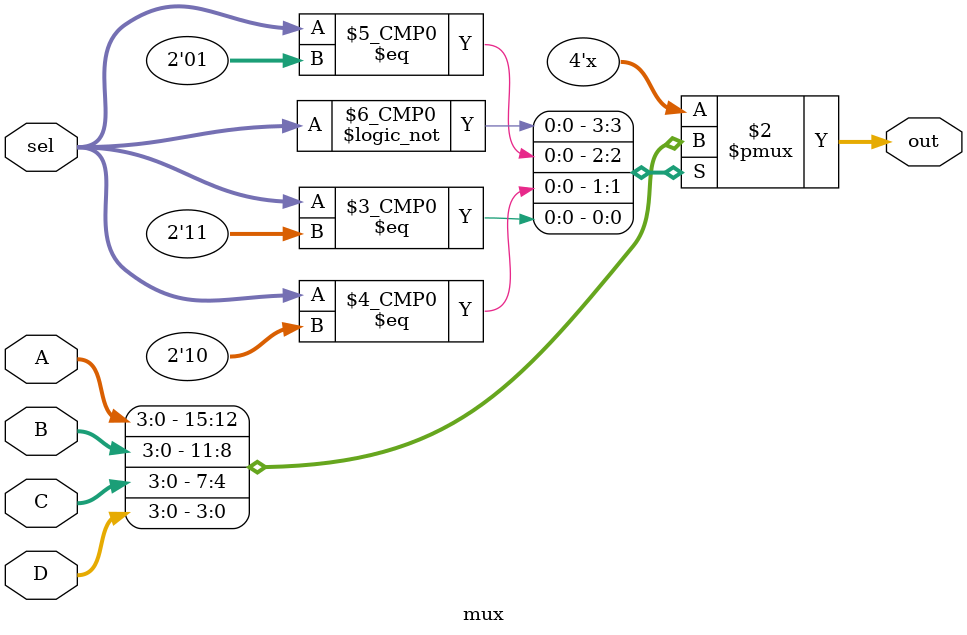
<source format=sv>
`timescale 1ns / 1ps

module mux(
    input logic [1:0] sel,
    input logic [3:0] A,B,C,D,
    output logic [3:0] out
    );
    
    always_comb begin 
        case (sel)
            2'b00: out = A;
            2'b01: out = B;
            2'b10: out = C;
            2'b11: out = D;
        endcase
    end
endmodule
</source>
